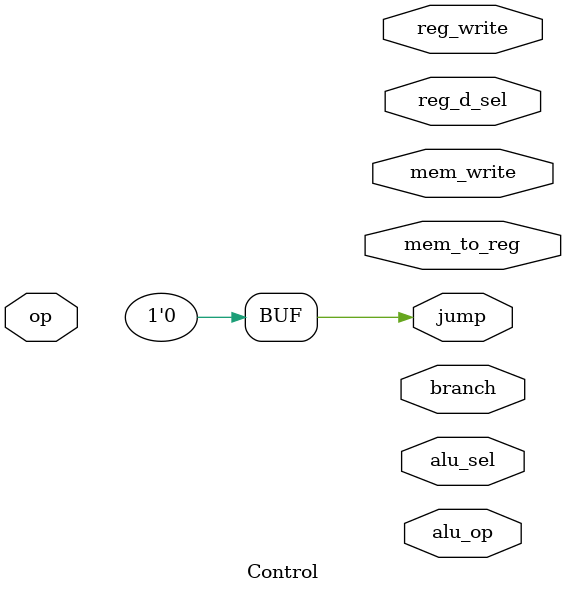
<source format=v>
`include "opcodes.inc.v"

module Control(
    output reg_d_sel, jump, branch, mem_to_reg, mem_write, alu_sel, reg_write,
    output [0:0] alu_op,
    input [5:0] op
);
    assign jump = 0;
endmodule
</source>
